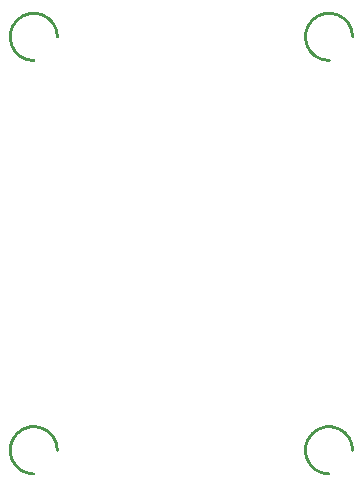
<source format=gbr>
G04*
G04 #@! TF.GenerationSoftware,Altium Limited,Altium Designer,22.4.2 (48)*
G04*
G04 Layer_Color=16711935*
%FSLAX44Y44*%
%MOMM*%
G71*
G04*
G04 #@! TF.SameCoordinates,805B4EF3-34EF-46CF-B3EC-FB7C4EB053B5*
G04*
G04*
G04 #@! TF.FilePolarity,Positive*
G04*
G01*
G75*
%ADD10C,0.2540*%
D10*
X45000Y25000D02*
G03*
X25000Y5000I-20000J0D01*
G01*
X295000Y375000D02*
G03*
X275000Y355000I-20000J0D01*
G01*
X45000Y375000D02*
G03*
X25000Y355000I-20000J0D01*
G01*
X295000Y25000D02*
G03*
X275000Y5000I-20000J0D01*
G01*
M02*

</source>
